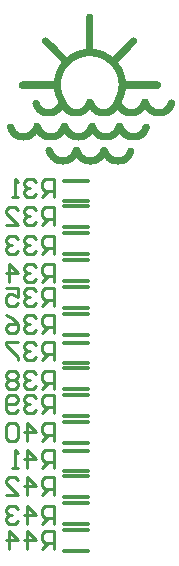
<source format=gbo>
G04*
G04 #@! TF.GenerationSoftware,Altium Limited,Altium Designer,21.0.9 (235)*
G04*
G04 Layer_Color=32896*
%FSLAX25Y25*%
%MOIN*%
G70*
G04*
G04 #@! TF.SameCoordinates,8E47622B-7771-418E-90A4-0877E0867BD3*
G04*
G04*
G04 #@! TF.FilePolarity,Positive*
G04*
G01*
G75*
%ADD11C,0.01181*%
%ADD12C,0.01000*%
G36*
X303596Y446502D02*
X304035D01*
Y446392D01*
X304144D01*
Y446283D01*
X304364D01*
Y446173D01*
Y446064D01*
X304473D01*
Y445954D01*
X304583D01*
Y445844D01*
Y445735D01*
Y445625D01*
X304692D01*
Y445515D01*
Y445406D01*
Y445296D01*
Y445187D01*
Y445077D01*
Y444968D01*
Y444858D01*
Y444748D01*
Y444639D01*
Y444529D01*
Y444420D01*
Y444310D01*
Y444200D01*
Y444091D01*
Y443981D01*
Y443872D01*
Y443762D01*
Y443652D01*
Y443543D01*
Y443433D01*
Y443324D01*
Y443214D01*
Y443104D01*
Y442995D01*
Y442885D01*
Y442776D01*
Y442666D01*
Y442556D01*
Y442447D01*
Y442337D01*
Y442228D01*
Y442118D01*
Y442008D01*
Y441899D01*
Y441789D01*
Y441680D01*
Y441570D01*
Y441461D01*
Y441351D01*
Y441241D01*
Y441132D01*
Y441022D01*
Y440912D01*
Y440803D01*
Y440693D01*
Y440584D01*
Y440474D01*
Y440365D01*
Y440255D01*
Y440145D01*
Y440036D01*
Y439926D01*
Y439817D01*
Y439707D01*
Y439597D01*
Y439488D01*
Y439378D01*
Y439269D01*
Y439159D01*
Y439049D01*
Y438940D01*
Y438830D01*
Y438721D01*
Y438611D01*
Y438501D01*
Y438392D01*
Y438282D01*
Y438173D01*
Y438063D01*
Y437954D01*
Y437844D01*
Y437734D01*
Y437625D01*
Y437515D01*
Y437405D01*
Y437296D01*
Y437186D01*
Y437077D01*
Y436967D01*
Y436858D01*
Y436748D01*
Y436638D01*
Y436529D01*
Y436419D01*
Y436309D01*
Y436200D01*
Y436090D01*
Y435981D01*
Y435871D01*
Y435761D01*
Y435652D01*
Y435542D01*
Y435433D01*
Y435323D01*
Y435214D01*
Y435104D01*
Y434994D01*
Y434885D01*
Y434775D01*
X305131D01*
Y434666D01*
X305788D01*
Y434556D01*
X306336D01*
Y434446D01*
X306775D01*
Y434337D01*
X307103D01*
Y434227D01*
X307432D01*
Y434118D01*
X307761D01*
Y434008D01*
X308090D01*
Y433898D01*
X308309D01*
Y433789D01*
X308528D01*
Y433679D01*
X308747D01*
Y433570D01*
X308967D01*
Y433460D01*
X309186D01*
Y433350D01*
X309405D01*
Y433241D01*
X309624D01*
Y433131D01*
X309734D01*
Y433022D01*
X309953D01*
Y432912D01*
X310063D01*
Y432802D01*
X310282D01*
Y432693D01*
X310501D01*
Y432583D01*
X310611D01*
Y432474D01*
X310720D01*
Y432364D01*
X310830D01*
Y432255D01*
X311049D01*
Y432145D01*
X311158D01*
Y432255D01*
X311268D01*
Y432364D01*
X311378D01*
Y432474D01*
X311487D01*
Y432583D01*
X311597D01*
Y432693D01*
X311706D01*
Y432802D01*
X311816D01*
Y432912D01*
X311926D01*
Y433022D01*
X312035D01*
Y433131D01*
X312145D01*
Y433241D01*
X312255D01*
Y433350D01*
X312364D01*
Y433460D01*
X312474D01*
Y433570D01*
X312583D01*
Y433679D01*
X312693D01*
Y433789D01*
X312802D01*
Y433898D01*
X312912D01*
Y434008D01*
X313022D01*
Y434118D01*
X313131D01*
Y434227D01*
X313241D01*
Y434337D01*
X313350D01*
Y434446D01*
X313460D01*
Y434556D01*
X313570D01*
Y434666D01*
X313679D01*
Y434775D01*
X313789D01*
Y434885D01*
X313898D01*
Y434994D01*
X314008D01*
Y435104D01*
X314118D01*
Y435214D01*
X314227D01*
Y435323D01*
X314337D01*
Y435433D01*
X314446D01*
Y435542D01*
X314556D01*
Y435652D01*
X314666D01*
Y435761D01*
X314775D01*
Y435871D01*
X314885D01*
Y435981D01*
X314994D01*
Y436090D01*
X315104D01*
Y436200D01*
X315213D01*
Y436309D01*
X315323D01*
Y436419D01*
X315433D01*
Y436529D01*
X315542D01*
Y436638D01*
X315652D01*
Y436748D01*
X315761D01*
Y436858D01*
X315871D01*
Y436967D01*
X315981D01*
Y437077D01*
X316090D01*
Y437186D01*
X316200D01*
Y437296D01*
X316309D01*
Y437405D01*
X316419D01*
Y437515D01*
X316529D01*
Y437625D01*
X316638D01*
Y437734D01*
X316748D01*
Y437844D01*
X316858D01*
Y437954D01*
X316967D01*
Y438063D01*
X317077D01*
Y438173D01*
X317186D01*
Y438282D01*
X317296D01*
Y438392D01*
X317515D01*
Y438501D01*
X317625D01*
Y438611D01*
X317953D01*
Y438721D01*
X318392D01*
Y438611D01*
X318721D01*
Y438501D01*
X318940D01*
Y438392D01*
X319049D01*
Y438282D01*
X319159D01*
Y438173D01*
X319269D01*
Y438063D01*
Y437954D01*
X319378D01*
Y437844D01*
Y437734D01*
Y437625D01*
Y437515D01*
X319488D01*
Y437405D01*
X319378D01*
Y437296D01*
Y437186D01*
Y437077D01*
Y436967D01*
X319269D01*
Y436858D01*
Y436748D01*
X319159D01*
Y436638D01*
X319049D01*
Y436529D01*
X318940D01*
Y436419D01*
X318830D01*
Y436309D01*
X318721D01*
Y436200D01*
X318611D01*
Y436090D01*
X318501D01*
Y435981D01*
X318392D01*
Y435871D01*
X318282D01*
Y435761D01*
X318173D01*
Y435652D01*
X318063D01*
Y435542D01*
X317953D01*
Y435433D01*
X317844D01*
Y435323D01*
X317734D01*
Y435214D01*
X317625D01*
Y435104D01*
X317515D01*
Y434994D01*
X317406D01*
Y434885D01*
X317296D01*
Y434775D01*
X317186D01*
Y434666D01*
X317077D01*
Y434556D01*
X316967D01*
Y434446D01*
X316858D01*
Y434337D01*
X316748D01*
Y434227D01*
X316638D01*
Y434118D01*
X316529D01*
Y434008D01*
X316419D01*
Y433898D01*
X316309D01*
Y433789D01*
X316200D01*
Y433679D01*
X316090D01*
Y433570D01*
X315981D01*
Y433460D01*
X315871D01*
Y433350D01*
X315761D01*
Y433241D01*
X315652D01*
Y433131D01*
X315542D01*
Y433022D01*
X315433D01*
Y432912D01*
X315323D01*
Y432802D01*
X315213D01*
Y432693D01*
X315104D01*
Y432583D01*
X314994D01*
Y432474D01*
X314885D01*
Y432364D01*
X314775D01*
Y432255D01*
X314666D01*
Y432145D01*
X314556D01*
Y432035D01*
X314446D01*
Y431926D01*
X314337D01*
Y431816D01*
X314227D01*
Y431706D01*
X314118D01*
Y431597D01*
X314008D01*
Y431487D01*
X313898D01*
Y431378D01*
X313789D01*
Y431268D01*
X313679D01*
Y431158D01*
X313570D01*
Y431049D01*
X313460D01*
Y430939D01*
X313350D01*
Y430830D01*
X313241D01*
Y430720D01*
X313131D01*
Y430611D01*
X313022D01*
Y430501D01*
X312912D01*
Y430391D01*
Y430282D01*
X313022D01*
Y430172D01*
Y430063D01*
X313131D01*
Y429953D01*
X313241D01*
Y429843D01*
X313350D01*
Y429734D01*
Y429624D01*
X313460D01*
Y429515D01*
X313570D01*
Y429405D01*
Y429295D01*
X313679D01*
Y429186D01*
X313789D01*
Y429076D01*
Y428967D01*
X313898D01*
Y428857D01*
Y428747D01*
X314008D01*
Y428638D01*
X314118D01*
Y428528D01*
Y428419D01*
X314227D01*
Y428309D01*
Y428199D01*
X314337D01*
Y428090D01*
Y427980D01*
X314446D01*
Y427871D01*
Y427761D01*
X314556D01*
Y427652D01*
Y427542D01*
X314666D01*
Y427432D01*
Y427323D01*
Y427213D01*
X314775D01*
Y427104D01*
Y426994D01*
Y426884D01*
X314885D01*
Y426775D01*
Y426665D01*
X314994D01*
Y426555D01*
Y426446D01*
Y426336D01*
Y426227D01*
X315104D01*
Y426117D01*
Y426008D01*
Y425898D01*
X315213D01*
Y425788D01*
Y425679D01*
Y425569D01*
Y425460D01*
X315323D01*
Y425350D01*
Y425240D01*
Y425131D01*
Y425021D01*
Y424912D01*
X315433D01*
Y424802D01*
Y424692D01*
Y424583D01*
Y424473D01*
Y424364D01*
Y424254D01*
Y424144D01*
X315542D01*
Y424035D01*
X326173D01*
Y423925D01*
X326611D01*
Y423816D01*
X326721D01*
Y423706D01*
X326940D01*
Y423596D01*
Y423487D01*
X327050D01*
Y423377D01*
X327160D01*
Y423268D01*
Y423158D01*
X327269D01*
Y423048D01*
Y422939D01*
Y422829D01*
Y422720D01*
Y422610D01*
Y422501D01*
Y422391D01*
X327160D01*
Y422281D01*
Y422172D01*
X327050D01*
Y422062D01*
Y421952D01*
X326940D01*
Y421843D01*
X326721D01*
Y421733D01*
X326611D01*
Y421624D01*
X326283D01*
Y421514D01*
X315433D01*
Y421405D01*
Y421295D01*
Y421185D01*
Y421076D01*
Y420966D01*
Y420857D01*
X315323D01*
Y420747D01*
Y420637D01*
Y420528D01*
Y420418D01*
Y420309D01*
X315213D01*
Y420199D01*
Y420089D01*
Y419980D01*
Y419870D01*
X315104D01*
Y419761D01*
Y419651D01*
Y419541D01*
Y419432D01*
X314994D01*
Y419322D01*
Y419213D01*
Y419103D01*
X314885D01*
Y418993D01*
Y418884D01*
Y418774D01*
X314775D01*
Y418665D01*
Y418555D01*
Y418445D01*
X314666D01*
Y418336D01*
Y418226D01*
X314556D01*
Y418117D01*
Y418007D01*
Y417898D01*
X314446D01*
Y417788D01*
Y417678D01*
X314337D01*
Y417569D01*
Y417459D01*
X314227D01*
Y417349D01*
Y417240D01*
X314118D01*
Y417130D01*
Y417021D01*
Y416911D01*
X314227D01*
Y416802D01*
Y416692D01*
X314337D01*
Y416582D01*
Y416473D01*
X314446D01*
Y416363D01*
X314556D01*
Y416254D01*
Y416144D01*
X314666D01*
Y416034D01*
X314775D01*
Y415925D01*
X314885D01*
Y415815D01*
X314994D01*
Y415706D01*
X315104D01*
Y415596D01*
X315213D01*
Y415486D01*
X315323D01*
Y415377D01*
X315542D01*
Y415267D01*
X315652D01*
Y415158D01*
X315871D01*
Y415048D01*
X316200D01*
Y414938D01*
X316419D01*
Y414829D01*
X317077D01*
Y414719D01*
X317625D01*
Y414829D01*
X318173D01*
Y414938D01*
X318501D01*
Y415048D01*
X318721D01*
Y415158D01*
X318940D01*
Y415267D01*
X319159D01*
Y415377D01*
X319269D01*
Y415486D01*
X319378D01*
Y415596D01*
X319488D01*
Y415706D01*
X319707D01*
Y415815D01*
X319817D01*
Y415925D01*
X319926D01*
Y416034D01*
Y416144D01*
X320036D01*
Y416254D01*
X320145D01*
Y416363D01*
X320255D01*
Y416473D01*
Y416582D01*
X320364D01*
Y416692D01*
Y416802D01*
X320474D01*
Y416911D01*
Y417021D01*
X320584D01*
Y417130D01*
Y417240D01*
X320693D01*
Y417349D01*
Y417459D01*
X320803D01*
Y417569D01*
Y417678D01*
X320913D01*
Y417788D01*
Y417898D01*
X321022D01*
Y418007D01*
X321132D01*
Y418117D01*
X321351D01*
Y418226D01*
X321789D01*
Y418336D01*
X322008D01*
Y418226D01*
X322447D01*
Y418117D01*
X322666D01*
Y418007D01*
X322776D01*
Y417898D01*
X322885D01*
Y417788D01*
X322995D01*
Y417678D01*
Y417569D01*
X323104D01*
Y417459D01*
Y417349D01*
X323214D01*
Y417240D01*
Y417130D01*
Y417021D01*
X323324D01*
Y416911D01*
Y416802D01*
X323433D01*
Y416692D01*
Y416582D01*
X323543D01*
Y416473D01*
X323652D01*
Y416363D01*
Y416254D01*
X323762D01*
Y416144D01*
X323872D01*
Y416034D01*
X323981D01*
Y415925D01*
X324091D01*
Y415815D01*
X324200D01*
Y415706D01*
X324310D01*
Y415596D01*
X324420D01*
Y415486D01*
X324529D01*
Y415377D01*
X324748D01*
Y415267D01*
X324858D01*
Y415158D01*
X325077D01*
Y415048D01*
X325296D01*
Y414938D01*
X325625D01*
Y414829D01*
X326283D01*
Y414719D01*
X326831D01*
Y414829D01*
X327488D01*
Y414938D01*
X327817D01*
Y415048D01*
X328036D01*
Y415158D01*
X328255D01*
Y415267D01*
X328365D01*
Y415377D01*
X328475D01*
Y415486D01*
X328584D01*
Y415596D01*
X328694D01*
Y415706D01*
X328803D01*
Y415815D01*
X328913D01*
Y415925D01*
X329023D01*
Y416034D01*
X329132D01*
Y416144D01*
Y416254D01*
X329242D01*
Y416363D01*
Y416473D01*
X329351D01*
Y416582D01*
Y416692D01*
X329461D01*
Y416802D01*
Y416911D01*
Y417021D01*
X329571D01*
Y417130D01*
Y417240D01*
X329680D01*
Y417349D01*
Y417459D01*
X329790D01*
Y417569D01*
X329899D01*
Y417678D01*
X330009D01*
Y417788D01*
X330228D01*
Y417898D01*
X330557D01*
Y418007D01*
X330776D01*
Y417898D01*
X331214D01*
Y417788D01*
X331434D01*
Y417678D01*
X331543D01*
Y417569D01*
X331653D01*
Y417459D01*
X331763D01*
Y417349D01*
X331872D01*
Y417240D01*
Y417130D01*
Y417021D01*
X331982D01*
Y416911D01*
Y416802D01*
Y416692D01*
Y416582D01*
Y416473D01*
X331872D01*
Y416363D01*
Y416254D01*
Y416144D01*
X331763D01*
Y416034D01*
Y415925D01*
Y415815D01*
X331653D01*
Y415706D01*
Y415596D01*
X331543D01*
Y415486D01*
Y415377D01*
X331434D01*
Y415267D01*
Y415158D01*
X331324D01*
Y415048D01*
Y414938D01*
X331214D01*
Y414829D01*
X331105D01*
Y414719D01*
Y414610D01*
X330995D01*
Y414500D01*
X330886D01*
Y414390D01*
X330776D01*
Y414281D01*
Y414171D01*
X330666D01*
Y414062D01*
X330557D01*
Y413952D01*
X330447D01*
Y413842D01*
X330338D01*
Y413733D01*
X330228D01*
Y413623D01*
X330118D01*
Y413514D01*
X330009D01*
Y413404D01*
X329790D01*
Y413295D01*
X329680D01*
Y413185D01*
X329461D01*
Y413075D01*
X329351D01*
Y412966D01*
X329132D01*
Y412856D01*
X328913D01*
Y412746D01*
X328584D01*
Y412637D01*
X328365D01*
Y412527D01*
X327927D01*
Y412418D01*
X327488D01*
Y412308D01*
X325625D01*
Y412418D01*
X325077D01*
Y412527D01*
X324748D01*
Y412637D01*
X324420D01*
Y412746D01*
X324200D01*
Y412856D01*
X323981D01*
Y412966D01*
X323762D01*
Y413075D01*
X323543D01*
Y413185D01*
X323324D01*
Y413295D01*
X323214D01*
Y413404D01*
X323104D01*
Y413514D01*
X322885D01*
Y413623D01*
X322776D01*
Y413733D01*
X322666D01*
Y413842D01*
X322556D01*
Y413952D01*
X322447D01*
Y414062D01*
X322337D01*
Y414171D01*
X322228D01*
Y414281D01*
X322118D01*
Y414390D01*
X322008D01*
Y414500D01*
X321789D01*
Y414390D01*
X321680D01*
Y414281D01*
X321570D01*
Y414171D01*
X321461D01*
Y414062D01*
X321351D01*
Y413952D01*
X321241D01*
Y413842D01*
X321132D01*
Y413733D01*
X321022D01*
Y413623D01*
X320913D01*
Y413514D01*
X320803D01*
Y413404D01*
X320584D01*
Y413295D01*
X320474D01*
Y413185D01*
X320255D01*
Y413075D01*
X320036D01*
Y412966D01*
X319926D01*
Y412856D01*
X319707D01*
Y412746D01*
X319378D01*
Y412637D01*
X319049D01*
Y412527D01*
X318721D01*
Y412418D01*
X318173D01*
Y412308D01*
X316419D01*
Y412418D01*
X315871D01*
Y412527D01*
X315542D01*
Y412637D01*
X315213D01*
Y412746D01*
X314994D01*
Y412856D01*
X314775D01*
Y412966D01*
X314556D01*
Y413075D01*
X314337D01*
Y413185D01*
X314227D01*
Y413295D01*
X314008D01*
Y413404D01*
X313898D01*
Y413514D01*
X313789D01*
Y413623D01*
X313570D01*
Y413733D01*
X313460D01*
Y413842D01*
X313350D01*
Y413952D01*
X313241D01*
Y414062D01*
X313131D01*
Y414171D01*
X313022D01*
Y414281D01*
X312912D01*
Y414390D01*
X312802D01*
Y414500D01*
X312583D01*
Y414390D01*
Y414281D01*
X312474D01*
Y414171D01*
X312364D01*
Y414062D01*
X312255D01*
Y413952D01*
X312145D01*
Y413842D01*
X312035D01*
Y413733D01*
X311816D01*
Y413623D01*
X311706D01*
Y413514D01*
X311597D01*
Y413404D01*
X311487D01*
Y413295D01*
X311268D01*
Y413185D01*
X311049D01*
Y413075D01*
X310939D01*
Y412966D01*
X310720D01*
Y412856D01*
X310501D01*
Y412746D01*
X310282D01*
Y412637D01*
X309953D01*
Y412527D01*
X309624D01*
Y412418D01*
X309076D01*
Y412308D01*
X307213D01*
Y412418D01*
X306775D01*
Y412527D01*
X306336D01*
Y412637D01*
X306117D01*
Y412746D01*
X305788D01*
Y412856D01*
X305569D01*
Y412966D01*
X305350D01*
Y413075D01*
X305240D01*
Y413185D01*
X305021D01*
Y413295D01*
X304912D01*
Y413404D01*
X304692D01*
Y413514D01*
X304583D01*
Y413623D01*
X304473D01*
Y413733D01*
X304364D01*
Y413842D01*
X304144D01*
Y413952D01*
X304035D01*
Y414062D01*
X303925D01*
Y414171D01*
X303816D01*
Y414281D01*
Y414390D01*
X303706D01*
Y414500D01*
X303487D01*
Y414390D01*
X303377D01*
Y414281D01*
X303268D01*
Y414171D01*
X303158D01*
Y414062D01*
X303048D01*
Y413952D01*
X302939D01*
Y413842D01*
X302829D01*
Y413733D01*
X302720D01*
Y413623D01*
X302610D01*
Y413514D01*
X302391D01*
Y413404D01*
X302281D01*
Y413295D01*
X302062D01*
Y413185D01*
X301953D01*
Y413075D01*
X301733D01*
Y412966D01*
X301514D01*
Y412856D01*
X301295D01*
Y412746D01*
X301076D01*
Y412637D01*
X300747D01*
Y412527D01*
X300418D01*
Y412418D01*
X299870D01*
Y412308D01*
X298117D01*
Y412418D01*
X297569D01*
Y412527D01*
X297240D01*
Y412637D01*
X296911D01*
Y412746D01*
X296692D01*
Y412856D01*
X296363D01*
Y412966D01*
X296253D01*
Y413075D01*
X296034D01*
Y413185D01*
X295815D01*
Y413295D01*
X295706D01*
Y413404D01*
X295596D01*
Y413514D01*
X295377D01*
Y413623D01*
X295267D01*
Y413733D01*
X295158D01*
Y413842D01*
X295048D01*
Y413952D01*
X294938D01*
Y414062D01*
X294829D01*
Y414171D01*
X294719D01*
Y414281D01*
X294610D01*
Y414390D01*
X294500D01*
Y414500D01*
X294281D01*
Y414390D01*
X294171D01*
Y414281D01*
X294062D01*
Y414171D01*
X293952D01*
Y414062D01*
X293842D01*
Y413952D01*
X293733D01*
Y413842D01*
X293623D01*
Y413733D01*
X293514D01*
Y413623D01*
X293404D01*
Y413514D01*
X293185D01*
Y413404D01*
X293075D01*
Y413295D01*
X292966D01*
Y413185D01*
X292746D01*
Y413075D01*
X292527D01*
Y412966D01*
X292418D01*
Y412856D01*
X292089D01*
Y412746D01*
X291870D01*
Y412637D01*
X291541D01*
Y412527D01*
X291212D01*
Y412418D01*
X290664D01*
Y412308D01*
X288801D01*
Y412418D01*
X288363D01*
Y412527D01*
X287924D01*
Y412637D01*
X287705D01*
Y412746D01*
X287376D01*
Y412856D01*
X287157D01*
Y412966D01*
X286938D01*
Y413075D01*
X286828D01*
Y413185D01*
X286609D01*
Y413295D01*
X286500D01*
Y413404D01*
X286280D01*
Y413514D01*
X286171D01*
Y413623D01*
X286061D01*
Y413733D01*
X285951D01*
Y413842D01*
X285842D01*
Y413952D01*
X285732D01*
Y414062D01*
X285623D01*
Y414171D01*
X285513D01*
Y414281D01*
Y414390D01*
X285404D01*
Y414500D01*
X285294D01*
Y414610D01*
X285184D01*
Y414719D01*
Y414829D01*
X285075D01*
Y414938D01*
Y415048D01*
X284965D01*
Y415158D01*
X284856D01*
Y415267D01*
Y415377D01*
X284746D01*
Y415486D01*
Y415596D01*
X284636D01*
Y415706D01*
Y415815D01*
Y415925D01*
X284527D01*
Y416034D01*
Y416144D01*
X284417D01*
Y416254D01*
Y416363D01*
Y416473D01*
Y416582D01*
X284308D01*
Y416692D01*
Y416802D01*
Y416911D01*
X284417D01*
Y417021D01*
Y417130D01*
Y417240D01*
Y417349D01*
X284527D01*
Y417459D01*
X284636D01*
Y417569D01*
X284746D01*
Y417678D01*
X284856D01*
Y417788D01*
X285075D01*
Y417898D01*
X285513D01*
Y418007D01*
X285732D01*
Y417898D01*
X286061D01*
Y417788D01*
X286280D01*
Y417678D01*
X286390D01*
Y417569D01*
X286500D01*
Y417459D01*
X286609D01*
Y417349D01*
Y417240D01*
X286719D01*
Y417130D01*
Y417021D01*
X286828D01*
Y416911D01*
Y416802D01*
X286938D01*
Y416692D01*
Y416582D01*
Y416473D01*
X287048D01*
Y416363D01*
Y416254D01*
X287157D01*
Y416144D01*
X287267D01*
Y416034D01*
Y415925D01*
X287376D01*
Y415815D01*
X287486D01*
Y415706D01*
X287596D01*
Y415596D01*
X287705D01*
Y415486D01*
X287815D01*
Y415377D01*
X287924D01*
Y415267D01*
X288143D01*
Y415158D01*
X288253D01*
Y415048D01*
X288472D01*
Y414938D01*
X288801D01*
Y414829D01*
X289459D01*
Y414719D01*
X290116D01*
Y414829D01*
X290664D01*
Y414938D01*
X290993D01*
Y415048D01*
X291212D01*
Y415158D01*
X291431D01*
Y415267D01*
X291651D01*
Y415377D01*
X291760D01*
Y415486D01*
X291870D01*
Y415596D01*
X291979D01*
Y415706D01*
X292198D01*
Y415815D01*
Y415925D01*
X292308D01*
Y416034D01*
X292418D01*
Y416144D01*
X292527D01*
Y416254D01*
X292637D01*
Y416363D01*
Y416473D01*
X292746D01*
Y416582D01*
X292856D01*
Y416692D01*
Y416802D01*
X292966D01*
Y416911D01*
Y417021D01*
Y417130D01*
Y417240D01*
X292856D01*
Y417349D01*
Y417459D01*
X292746D01*
Y417569D01*
Y417678D01*
X292637D01*
Y417788D01*
Y417898D01*
X292527D01*
Y418007D01*
Y418117D01*
X292418D01*
Y418226D01*
Y418336D01*
Y418445D01*
X292308D01*
Y418555D01*
Y418665D01*
X292198D01*
Y418774D01*
Y418884D01*
Y418993D01*
X292089D01*
Y419103D01*
Y419213D01*
X291979D01*
Y419322D01*
Y419432D01*
Y419541D01*
Y419651D01*
X291870D01*
Y419761D01*
Y419870D01*
Y419980D01*
Y420089D01*
X291760D01*
Y420199D01*
Y420309D01*
Y420418D01*
X291651D01*
Y420528D01*
Y420637D01*
Y420747D01*
Y420857D01*
Y420966D01*
Y421076D01*
X291541D01*
Y421185D01*
Y421295D01*
Y421405D01*
Y421514D01*
X280801D01*
Y421624D01*
X280472D01*
Y421733D01*
X280253D01*
Y421843D01*
X280143D01*
Y421952D01*
X280033D01*
Y422062D01*
Y422172D01*
X279924D01*
Y422281D01*
X279814D01*
Y422391D01*
Y422501D01*
Y422610D01*
Y422720D01*
Y422829D01*
Y422939D01*
Y423048D01*
Y423158D01*
Y423268D01*
X279924D01*
Y423377D01*
X280033D01*
Y423487D01*
Y423596D01*
X280143D01*
Y423706D01*
X280362D01*
Y423816D01*
X280472D01*
Y423925D01*
X280910D01*
Y424035D01*
X291541D01*
Y424144D01*
Y424254D01*
Y424364D01*
Y424473D01*
Y424583D01*
Y424692D01*
X291651D01*
Y424802D01*
Y424912D01*
Y425021D01*
Y425131D01*
Y425240D01*
X291760D01*
Y425350D01*
Y425460D01*
Y425569D01*
Y425679D01*
Y425788D01*
X291870D01*
Y425898D01*
Y426008D01*
Y426117D01*
X291979D01*
Y426227D01*
Y426336D01*
Y426446D01*
Y426555D01*
X292089D01*
Y426665D01*
Y426775D01*
X292198D01*
Y426884D01*
Y426994D01*
Y427104D01*
X292308D01*
Y427213D01*
Y427323D01*
Y427432D01*
X292418D01*
Y427542D01*
Y427652D01*
X292527D01*
Y427761D01*
Y427871D01*
X292637D01*
Y427980D01*
Y428090D01*
X292746D01*
Y428199D01*
Y428309D01*
X292856D01*
Y428419D01*
Y428528D01*
X292966D01*
Y428638D01*
Y428747D01*
X293075D01*
Y428857D01*
Y428967D01*
X293185D01*
Y429076D01*
X293294D01*
Y429186D01*
Y429295D01*
X293404D01*
Y429405D01*
X293514D01*
Y429515D01*
Y429624D01*
X293623D01*
Y429734D01*
X293733D01*
Y429843D01*
Y429953D01*
X293842D01*
Y430063D01*
X293952D01*
Y430172D01*
X294062D01*
Y430282D01*
Y430391D01*
Y430501D01*
X293952D01*
Y430611D01*
X293842D01*
Y430720D01*
X293733D01*
Y430830D01*
X293623D01*
Y430939D01*
X293514D01*
Y431049D01*
X293404D01*
Y431158D01*
X293294D01*
Y431268D01*
X293185D01*
Y431378D01*
X293075D01*
Y431487D01*
X292966D01*
Y431597D01*
X292856D01*
Y431706D01*
X292746D01*
Y431816D01*
X292637D01*
Y431926D01*
X292527D01*
Y432035D01*
X292418D01*
Y432145D01*
X292308D01*
Y432255D01*
X292198D01*
Y432364D01*
X292089D01*
Y432474D01*
X291979D01*
Y432583D01*
X291870D01*
Y432693D01*
X291760D01*
Y432802D01*
X291651D01*
Y432912D01*
X291541D01*
Y433022D01*
X291431D01*
Y433131D01*
X291322D01*
Y433241D01*
X291212D01*
Y433350D01*
X291103D01*
Y433460D01*
X290993D01*
Y433570D01*
X290883D01*
Y433679D01*
X290774D01*
Y433789D01*
X290664D01*
Y433898D01*
X290555D01*
Y434008D01*
X290445D01*
Y434118D01*
X290335D01*
Y434227D01*
X290226D01*
Y434337D01*
X290116D01*
Y434446D01*
X290007D01*
Y434556D01*
X289897D01*
Y434666D01*
X289787D01*
Y434775D01*
X289678D01*
Y434885D01*
X289568D01*
Y434994D01*
X289459D01*
Y435104D01*
X289349D01*
Y435214D01*
X289239D01*
Y435323D01*
X289130D01*
Y435433D01*
X289020D01*
Y435542D01*
X288911D01*
Y435652D01*
X288801D01*
Y435761D01*
X288691D01*
Y435871D01*
X288582D01*
Y435981D01*
X288472D01*
Y436090D01*
X288363D01*
Y436200D01*
X288253D01*
Y436309D01*
X288143D01*
Y436419D01*
X288034D01*
Y436529D01*
X287924D01*
Y436638D01*
Y436748D01*
X287815D01*
Y436858D01*
X287705D01*
Y436967D01*
Y437077D01*
X287596D01*
Y437186D01*
Y437296D01*
Y437405D01*
Y437515D01*
Y437625D01*
Y437734D01*
Y437844D01*
X287705D01*
Y437954D01*
Y438063D01*
X287815D01*
Y438173D01*
Y438282D01*
X287924D01*
Y438392D01*
X288034D01*
Y438501D01*
X288253D01*
Y438611D01*
X288582D01*
Y438721D01*
X289020D01*
Y438611D01*
X289349D01*
Y438501D01*
X289568D01*
Y438392D01*
X289678D01*
Y438282D01*
X289787D01*
Y438173D01*
X289897D01*
Y438063D01*
X290007D01*
Y437954D01*
X290116D01*
Y437844D01*
X290226D01*
Y437734D01*
X290335D01*
Y437625D01*
X290445D01*
Y437515D01*
X290555D01*
Y437405D01*
X290664D01*
Y437296D01*
X290774D01*
Y437186D01*
X290883D01*
Y437077D01*
X290993D01*
Y436967D01*
X291103D01*
Y436858D01*
X291212D01*
Y436748D01*
X291322D01*
Y436638D01*
X291431D01*
Y436529D01*
X291541D01*
Y436419D01*
X291651D01*
Y436309D01*
X291760D01*
Y436200D01*
X291870D01*
Y436090D01*
X291979D01*
Y435981D01*
X292089D01*
Y435871D01*
X292198D01*
Y435761D01*
X292308D01*
Y435652D01*
X292418D01*
Y435542D01*
X292527D01*
Y435433D01*
X292637D01*
Y435323D01*
X292746D01*
Y435214D01*
X292856D01*
Y435104D01*
X292966D01*
Y434994D01*
X293075D01*
Y434885D01*
X293185D01*
Y434775D01*
X293294D01*
Y434666D01*
X293404D01*
Y434556D01*
X293514D01*
Y434446D01*
X293623D01*
Y434337D01*
X293733D01*
Y434227D01*
X293842D01*
Y434118D01*
X293952D01*
Y434008D01*
X294062D01*
Y433898D01*
X294171D01*
Y433789D01*
X294281D01*
Y433679D01*
X294390D01*
Y433570D01*
X294500D01*
Y433460D01*
X294610D01*
Y433350D01*
X294719D01*
Y433241D01*
X294829D01*
Y433131D01*
X294938D01*
Y433022D01*
X295048D01*
Y432912D01*
X295158D01*
Y432802D01*
X295267D01*
Y432693D01*
X295377D01*
Y432583D01*
X295486D01*
Y432474D01*
X295596D01*
Y432364D01*
X295706D01*
Y432255D01*
X295815D01*
Y432145D01*
X296034D01*
Y432255D01*
X296144D01*
Y432364D01*
X296253D01*
Y432474D01*
X296473D01*
Y432583D01*
X296582D01*
Y432693D01*
X296692D01*
Y432802D01*
X296911D01*
Y432912D01*
X297021D01*
Y433022D01*
X297240D01*
Y433131D01*
X297459D01*
Y433241D01*
X297678D01*
Y433350D01*
X297788D01*
Y433460D01*
X298007D01*
Y433570D01*
X298226D01*
Y433679D01*
X298445D01*
Y433789D01*
X298665D01*
Y433898D01*
X298993D01*
Y434008D01*
X299213D01*
Y434118D01*
X299541D01*
Y434227D01*
X299870D01*
Y434337D01*
X300309D01*
Y434446D01*
X300637D01*
Y434556D01*
X301185D01*
Y434666D01*
X301843D01*
Y434775D01*
X302281D01*
Y434885D01*
Y434994D01*
Y435104D01*
Y435214D01*
Y435323D01*
Y435433D01*
Y435542D01*
Y435652D01*
Y435761D01*
Y435871D01*
Y435981D01*
Y436090D01*
Y436200D01*
Y436309D01*
Y436419D01*
Y436529D01*
Y436638D01*
Y436748D01*
Y436858D01*
Y436967D01*
Y437077D01*
Y437186D01*
Y437296D01*
Y437405D01*
Y437515D01*
Y437625D01*
Y437734D01*
Y437844D01*
Y437954D01*
Y438063D01*
Y438173D01*
Y438282D01*
Y438392D01*
Y438501D01*
Y438611D01*
Y438721D01*
Y438830D01*
Y438940D01*
Y439049D01*
Y439159D01*
Y439269D01*
Y439378D01*
Y439488D01*
Y439597D01*
Y439707D01*
Y439817D01*
Y439926D01*
Y440036D01*
Y440145D01*
Y440255D01*
Y440365D01*
Y440474D01*
Y440584D01*
Y440693D01*
Y440803D01*
Y440912D01*
Y441022D01*
Y441132D01*
Y441241D01*
Y441351D01*
Y441461D01*
Y441570D01*
Y441680D01*
Y441789D01*
Y441899D01*
Y442008D01*
Y442118D01*
Y442228D01*
Y442337D01*
Y442447D01*
Y442556D01*
Y442666D01*
Y442776D01*
Y442885D01*
Y442995D01*
Y443104D01*
Y443214D01*
Y443324D01*
Y443433D01*
Y443543D01*
Y443652D01*
Y443762D01*
Y443872D01*
Y443981D01*
Y444091D01*
Y444200D01*
Y444310D01*
Y444420D01*
Y444529D01*
Y444639D01*
Y444748D01*
Y444858D01*
Y444968D01*
Y445077D01*
Y445187D01*
Y445296D01*
Y445406D01*
Y445515D01*
Y445625D01*
Y445735D01*
Y445844D01*
X302391D01*
Y445954D01*
X302501D01*
Y446064D01*
Y446173D01*
X302610D01*
Y446283D01*
X302720D01*
Y446392D01*
X302939D01*
Y446502D01*
X303377D01*
Y446611D01*
X303596D01*
Y446502D01*
D02*
G37*
G36*
X313898Y410116D02*
X314118D01*
Y410007D01*
X314227D01*
Y409897D01*
X314337D01*
Y409787D01*
X314446D01*
Y409678D01*
X314556D01*
Y409568D01*
Y409459D01*
X314666D01*
Y409349D01*
Y409239D01*
X314775D01*
Y409130D01*
Y409020D01*
X314885D01*
Y408911D01*
Y408801D01*
X314994D01*
Y408691D01*
Y408582D01*
X315104D01*
Y408472D01*
Y408363D01*
X315213D01*
Y408253D01*
X315323D01*
Y408144D01*
X315433D01*
Y408034D01*
Y407924D01*
X315542D01*
Y407815D01*
X315652D01*
Y407705D01*
X315761D01*
Y407595D01*
X315871D01*
Y407486D01*
X316090D01*
Y407376D01*
X316200D01*
Y407267D01*
X316309D01*
Y407157D01*
X316529D01*
Y407048D01*
X316748D01*
Y406938D01*
X317077D01*
Y406828D01*
X317515D01*
Y406719D01*
X318721D01*
Y406828D01*
X319159D01*
Y406938D01*
X319378D01*
Y407048D01*
X319597D01*
Y407157D01*
X319817D01*
Y407267D01*
X319926D01*
Y407376D01*
X320036D01*
Y407486D01*
X320255D01*
Y407595D01*
X320364D01*
Y407705D01*
Y407815D01*
X320474D01*
Y407924D01*
X320584D01*
Y408034D01*
X320693D01*
Y408144D01*
Y408253D01*
X320803D01*
Y408363D01*
Y408472D01*
X320913D01*
Y408582D01*
Y408691D01*
X321022D01*
Y408801D01*
Y408911D01*
Y409020D01*
X321132D01*
Y409130D01*
Y409239D01*
X321241D01*
Y409349D01*
X321351D01*
Y409459D01*
Y409568D01*
X321461D01*
Y409678D01*
X321680D01*
Y409787D01*
X321899D01*
Y409897D01*
X322776D01*
Y409787D01*
X322885D01*
Y409678D01*
X323104D01*
Y409568D01*
X323214D01*
Y409459D01*
X323324D01*
Y409349D01*
Y409239D01*
X323433D01*
Y409130D01*
Y409020D01*
Y408911D01*
X323543D01*
Y408801D01*
Y408691D01*
Y408582D01*
X323433D01*
Y408472D01*
Y408363D01*
Y408253D01*
Y408144D01*
X323324D01*
Y408034D01*
Y407924D01*
Y407815D01*
X323214D01*
Y407705D01*
Y407595D01*
X323104D01*
Y407486D01*
Y407376D01*
X322995D01*
Y407267D01*
Y407157D01*
X322885D01*
Y407048D01*
Y406938D01*
X322776D01*
Y406828D01*
X322666D01*
Y406719D01*
Y406609D01*
X322556D01*
Y406499D01*
X322447D01*
Y406390D01*
Y406280D01*
X322337D01*
Y406171D01*
X322228D01*
Y406061D01*
X322118D01*
Y405951D01*
X322008D01*
Y405842D01*
X321899D01*
Y405732D01*
X321789D01*
Y405623D01*
X321680D01*
Y405513D01*
X321570D01*
Y405404D01*
X321461D01*
Y405294D01*
X321241D01*
Y405184D01*
X321132D01*
Y405075D01*
X320913D01*
Y404965D01*
X320693D01*
Y404856D01*
X320474D01*
Y404746D01*
X320255D01*
Y404636D01*
X320036D01*
Y404527D01*
X319597D01*
Y404417D01*
X319159D01*
Y404308D01*
X318063D01*
Y404198D01*
X317953D01*
Y404308D01*
X316967D01*
Y404417D01*
X316529D01*
Y404527D01*
X316200D01*
Y404636D01*
X315871D01*
Y404746D01*
X315652D01*
Y404856D01*
X315433D01*
Y404965D01*
X315213D01*
Y405075D01*
X314994D01*
Y405184D01*
X314885D01*
Y405294D01*
X314666D01*
Y405404D01*
X314556D01*
Y405513D01*
X314446D01*
Y405623D01*
X314337D01*
Y405732D01*
X314118D01*
Y405842D01*
X314008D01*
Y405951D01*
X313898D01*
Y406061D01*
X313789D01*
Y406171D01*
X313679D01*
Y406280D01*
Y406390D01*
X313570D01*
Y406499D01*
X313350D01*
Y406390D01*
X313241D01*
Y406280D01*
X313131D01*
Y406171D01*
Y406061D01*
X313022D01*
Y405951D01*
X312912D01*
Y405842D01*
X312693D01*
Y405732D01*
X312583D01*
Y405623D01*
X312474D01*
Y405513D01*
X312364D01*
Y405404D01*
X312145D01*
Y405294D01*
X312035D01*
Y405184D01*
X311926D01*
Y405075D01*
X311706D01*
Y404965D01*
X311487D01*
Y404856D01*
X311268D01*
Y404746D01*
X311049D01*
Y404636D01*
X310720D01*
Y404527D01*
X310391D01*
Y404417D01*
X309953D01*
Y404308D01*
X308967D01*
Y404198D01*
X308857D01*
Y404308D01*
X307761D01*
Y404417D01*
X307323D01*
Y404527D01*
X306994D01*
Y404636D01*
X306775D01*
Y404746D01*
X306446D01*
Y404856D01*
X306227D01*
Y404965D01*
X306008D01*
Y405075D01*
X305898D01*
Y405184D01*
X305679D01*
Y405294D01*
X305569D01*
Y405404D01*
X305350D01*
Y405513D01*
X305240D01*
Y405623D01*
X305131D01*
Y405732D01*
X305021D01*
Y405842D01*
X304912D01*
Y405951D01*
X304802D01*
Y406061D01*
X304692D01*
Y406171D01*
X304583D01*
Y406280D01*
X304473D01*
Y406390D01*
X304364D01*
Y406499D01*
X304254D01*
Y406390D01*
X304144D01*
Y406280D01*
X304035D01*
Y406171D01*
X303925D01*
Y406061D01*
X303816D01*
Y405951D01*
X303706D01*
Y405842D01*
X303596D01*
Y405732D01*
X303487D01*
Y405623D01*
X303377D01*
Y405513D01*
X303158D01*
Y405404D01*
X303048D01*
Y405294D01*
X302829D01*
Y405184D01*
X302720D01*
Y405075D01*
X302501D01*
Y404965D01*
X302281D01*
Y404856D01*
X302062D01*
Y404746D01*
X301843D01*
Y404636D01*
X301624D01*
Y404527D01*
X301185D01*
Y404417D01*
X300747D01*
Y404308D01*
X299761D01*
Y404198D01*
X299651D01*
Y404308D01*
X298665D01*
Y404417D01*
X298226D01*
Y404527D01*
X297788D01*
Y404636D01*
X297569D01*
Y404746D01*
X297350D01*
Y404856D01*
X297021D01*
Y404965D01*
X296911D01*
Y405075D01*
X296692D01*
Y405184D01*
X296473D01*
Y405294D01*
X296363D01*
Y405404D01*
X296253D01*
Y405513D01*
X296034D01*
Y405623D01*
X295925D01*
Y405732D01*
X295815D01*
Y405842D01*
X295706D01*
Y405951D01*
X295596D01*
Y406061D01*
X295486D01*
Y406171D01*
X295377D01*
Y406280D01*
X295267D01*
Y406390D01*
X295158D01*
Y406499D01*
X295048D01*
Y406390D01*
X294938D01*
Y406280D01*
X294829D01*
Y406171D01*
X294719D01*
Y406061D01*
X294610D01*
Y405951D01*
X294500D01*
Y405842D01*
X294390D01*
Y405732D01*
X294281D01*
Y405623D01*
X294171D01*
Y405513D01*
X293952D01*
Y405404D01*
X293842D01*
Y405294D01*
X293733D01*
Y405184D01*
X293514D01*
Y405075D01*
X293294D01*
Y404965D01*
X293185D01*
Y404856D01*
X292966D01*
Y404746D01*
X292637D01*
Y404636D01*
X292418D01*
Y404527D01*
X292089D01*
Y404417D01*
X291541D01*
Y404308D01*
X290555D01*
Y404198D01*
X290445D01*
Y404308D01*
X289459D01*
Y404417D01*
X289020D01*
Y404527D01*
X288691D01*
Y404636D01*
X288363D01*
Y404746D01*
X288143D01*
Y404856D01*
X287924D01*
Y404965D01*
X287705D01*
Y405075D01*
X287486D01*
Y405184D01*
X287376D01*
Y405294D01*
X287157D01*
Y405404D01*
X287048D01*
Y405513D01*
X286938D01*
Y405623D01*
X286719D01*
Y405732D01*
X286609D01*
Y405842D01*
X286500D01*
Y405951D01*
X286390D01*
Y406061D01*
X286280D01*
Y406171D01*
X286171D01*
Y406280D01*
X286061D01*
Y406390D01*
Y406499D01*
X285842D01*
Y406390D01*
X285732D01*
Y406280D01*
X285623D01*
Y406171D01*
Y406061D01*
X285513D01*
Y405951D01*
X285294D01*
Y405842D01*
X285184D01*
Y405732D01*
X285075D01*
Y405623D01*
X284965D01*
Y405513D01*
X284856D01*
Y405404D01*
X284636D01*
Y405294D01*
X284527D01*
Y405184D01*
X284308D01*
Y405075D01*
X284198D01*
Y404965D01*
X283979D01*
Y404856D01*
X283760D01*
Y404746D01*
X283540D01*
Y404636D01*
X283212D01*
Y404527D01*
X282883D01*
Y404417D01*
X282445D01*
Y404308D01*
X281458D01*
Y404198D01*
X281348D01*
Y404308D01*
X280253D01*
Y404417D01*
X279705D01*
Y404527D01*
X279376D01*
Y404636D01*
X279157D01*
Y404746D01*
X278828D01*
Y404856D01*
X278609D01*
Y404965D01*
X278499D01*
Y405075D01*
X278280D01*
Y405184D01*
X278170D01*
Y405294D01*
X277951D01*
Y405404D01*
X277841D01*
Y405513D01*
X277732D01*
Y405623D01*
X277622D01*
Y405732D01*
X277513D01*
Y405842D01*
X277403D01*
Y405951D01*
X277293D01*
Y406061D01*
X277184D01*
Y406171D01*
X277074D01*
Y406280D01*
X276965D01*
Y406390D01*
X276855D01*
Y406499D01*
Y406609D01*
X276746D01*
Y406719D01*
X276636D01*
Y406828D01*
Y406938D01*
X276526D01*
Y407048D01*
Y407157D01*
X276417D01*
Y407267D01*
X276307D01*
Y407376D01*
Y407486D01*
Y407595D01*
X276198D01*
Y407705D01*
Y407815D01*
X276088D01*
Y407924D01*
Y408034D01*
X275978D01*
Y408144D01*
Y408253D01*
Y408363D01*
X275869D01*
Y408472D01*
Y408582D01*
Y408691D01*
Y408801D01*
Y408911D01*
Y409020D01*
X275978D01*
Y409130D01*
Y409239D01*
Y409349D01*
X276088D01*
Y409459D01*
X276198D01*
Y409568D01*
X276307D01*
Y409678D01*
X276417D01*
Y409787D01*
X276636D01*
Y409897D01*
X277513D01*
Y409787D01*
X277732D01*
Y409678D01*
X277951D01*
Y409568D01*
X278061D01*
Y409459D01*
Y409349D01*
X278170D01*
Y409239D01*
X278280D01*
Y409130D01*
Y409020D01*
Y408911D01*
X278389D01*
Y408801D01*
Y408691D01*
X278499D01*
Y408582D01*
Y408472D01*
X278609D01*
Y408363D01*
Y408253D01*
X278718D01*
Y408144D01*
Y408034D01*
X278828D01*
Y407924D01*
X278937D01*
Y407815D01*
Y407705D01*
X279047D01*
Y407595D01*
X279157D01*
Y407486D01*
X279266D01*
Y407376D01*
X279485D01*
Y407267D01*
X279595D01*
Y407157D01*
X279814D01*
Y407048D01*
X280033D01*
Y406938D01*
X280253D01*
Y406828D01*
X280691D01*
Y406719D01*
X281896D01*
Y406828D01*
X282335D01*
Y406938D01*
X282554D01*
Y407048D01*
X282883D01*
Y407157D01*
X282993D01*
Y407267D01*
X283212D01*
Y407376D01*
X283321D01*
Y407486D01*
X283540D01*
Y407595D01*
X283650D01*
Y407705D01*
X283760D01*
Y407815D01*
X283869D01*
Y407924D01*
X283979D01*
Y408034D01*
Y408144D01*
X284088D01*
Y408253D01*
X284198D01*
Y408363D01*
X284308D01*
Y408472D01*
Y408582D01*
X284417D01*
Y408691D01*
Y408801D01*
X284527D01*
Y408911D01*
Y409020D01*
X284636D01*
Y409130D01*
Y409239D01*
X284746D01*
Y409349D01*
Y409459D01*
Y409568D01*
X284856D01*
Y409678D01*
X284965D01*
Y409787D01*
Y409897D01*
X285075D01*
Y410007D01*
X285294D01*
Y410116D01*
X285513D01*
Y410226D01*
X286390D01*
Y410116D01*
X286609D01*
Y410007D01*
X286719D01*
Y409897D01*
X286828D01*
Y409787D01*
X286938D01*
Y409678D01*
X287048D01*
Y409568D01*
Y409459D01*
X287157D01*
Y409349D01*
Y409239D01*
X287267D01*
Y409130D01*
Y409020D01*
Y408911D01*
X287376D01*
Y408801D01*
Y408691D01*
X287486D01*
Y408582D01*
X287596D01*
Y408472D01*
Y408363D01*
X287705D01*
Y408253D01*
X287815D01*
Y408144D01*
Y408034D01*
X287924D01*
Y407924D01*
X288034D01*
Y407815D01*
X288143D01*
Y407705D01*
X288253D01*
Y407595D01*
X288363D01*
Y407486D01*
X288472D01*
Y407376D01*
X288691D01*
Y407267D01*
X288801D01*
Y407157D01*
X289020D01*
Y407048D01*
X289239D01*
Y406938D01*
X289568D01*
Y406828D01*
X290007D01*
Y406719D01*
X291103D01*
Y406828D01*
X291541D01*
Y406938D01*
X291760D01*
Y407048D01*
X291979D01*
Y407157D01*
X292198D01*
Y407267D01*
X292418D01*
Y407376D01*
X292527D01*
Y407486D01*
X292637D01*
Y407595D01*
X292746D01*
Y407705D01*
X292856D01*
Y407815D01*
X292966D01*
Y407924D01*
X293075D01*
Y408034D01*
X293185D01*
Y408144D01*
X293294D01*
Y408253D01*
X293404D01*
Y408363D01*
Y408472D01*
X293514D01*
Y408582D01*
Y408691D01*
X293623D01*
Y408801D01*
X293733D01*
Y408911D01*
Y409020D01*
Y409130D01*
X293842D01*
Y409239D01*
Y409349D01*
X293952D01*
Y409459D01*
Y409568D01*
X294062D01*
Y409678D01*
Y409787D01*
X294171D01*
Y409897D01*
X294281D01*
Y410007D01*
X294390D01*
Y410116D01*
X294610D01*
Y410226D01*
X295596D01*
Y410116D01*
X295815D01*
Y410007D01*
X295925D01*
Y409897D01*
X296034D01*
Y409787D01*
X296144D01*
Y409678D01*
Y409568D01*
X296253D01*
Y409459D01*
Y409349D01*
X296363D01*
Y409239D01*
Y409130D01*
X296473D01*
Y409020D01*
Y408911D01*
X296582D01*
Y408801D01*
Y408691D01*
X296692D01*
Y408582D01*
Y408472D01*
X296801D01*
Y408363D01*
X296911D01*
Y408253D01*
Y408144D01*
X297021D01*
Y408034D01*
X297130D01*
Y407924D01*
X297240D01*
Y407815D01*
X297350D01*
Y407705D01*
X297459D01*
Y407595D01*
X297569D01*
Y407486D01*
X297678D01*
Y407376D01*
X297897D01*
Y407267D01*
X298007D01*
Y407157D01*
X298226D01*
Y407048D01*
X298445D01*
Y406938D01*
X298774D01*
Y406828D01*
X299103D01*
Y406719D01*
X300309D01*
Y406828D01*
X300637D01*
Y406938D01*
X300966D01*
Y407048D01*
X301185D01*
Y407157D01*
X301405D01*
Y407267D01*
X301514D01*
Y407376D01*
X301733D01*
Y407486D01*
X301843D01*
Y407595D01*
X301953D01*
Y407705D01*
X302062D01*
Y407815D01*
X302172D01*
Y407924D01*
X302281D01*
Y408034D01*
X302391D01*
Y408144D01*
X302501D01*
Y408253D01*
Y408363D01*
X302610D01*
Y408472D01*
X302720D01*
Y408582D01*
Y408691D01*
X302829D01*
Y408801D01*
Y408911D01*
X302939D01*
Y409020D01*
Y409130D01*
X303048D01*
Y409239D01*
Y409349D01*
Y409459D01*
X303158D01*
Y409568D01*
Y409678D01*
X303268D01*
Y409787D01*
X303377D01*
Y409897D01*
X303487D01*
Y410007D01*
X303596D01*
Y410116D01*
X303816D01*
Y410226D01*
X304692D01*
Y410116D01*
X304912D01*
Y410007D01*
X305131D01*
Y409897D01*
X305240D01*
Y409787D01*
X305350D01*
Y409678D01*
Y409568D01*
X305460D01*
Y409459D01*
Y409349D01*
X305569D01*
Y409239D01*
Y409130D01*
Y409020D01*
X305679D01*
Y408911D01*
Y408801D01*
X305788D01*
Y408691D01*
Y408582D01*
X305898D01*
Y408472D01*
X306008D01*
Y408363D01*
Y408253D01*
X306117D01*
Y408144D01*
X306227D01*
Y408034D01*
X306336D01*
Y407924D01*
Y407815D01*
X306446D01*
Y407705D01*
X306665D01*
Y407595D01*
X306775D01*
Y407486D01*
X306884D01*
Y407376D01*
X306994D01*
Y407267D01*
X307213D01*
Y407157D01*
X307432D01*
Y407048D01*
X307651D01*
Y406938D01*
X307871D01*
Y406828D01*
X308309D01*
Y406719D01*
X309405D01*
Y406828D01*
X309843D01*
Y406938D01*
X310172D01*
Y407048D01*
X310391D01*
Y407157D01*
X310501D01*
Y407267D01*
X310720D01*
Y407376D01*
X310830D01*
Y407486D01*
X311049D01*
Y407595D01*
X311158D01*
Y407705D01*
X311268D01*
Y407815D01*
X311378D01*
Y407924D01*
X311487D01*
Y408034D01*
Y408144D01*
X311597D01*
Y408253D01*
X311706D01*
Y408363D01*
X311816D01*
Y408472D01*
Y408582D01*
X311926D01*
Y408691D01*
Y408801D01*
X312035D01*
Y408911D01*
Y409020D01*
X312145D01*
Y409130D01*
Y409239D01*
X312255D01*
Y409349D01*
Y409459D01*
X312364D01*
Y409568D01*
Y409678D01*
X312474D01*
Y409787D01*
Y409897D01*
X312693D01*
Y410007D01*
X312802D01*
Y410116D01*
X313022D01*
Y410226D01*
X313898D01*
Y410116D01*
D02*
G37*
G36*
X308638Y402116D02*
X308857D01*
Y402006D01*
X309076D01*
Y401896D01*
X309186D01*
Y401787D01*
X309295D01*
Y401677D01*
Y401568D01*
X309405D01*
Y401458D01*
X309515D01*
Y401348D01*
Y401239D01*
Y401129D01*
X309624D01*
Y401020D01*
Y400910D01*
X309734D01*
Y400801D01*
Y400691D01*
X309843D01*
Y400581D01*
Y400472D01*
X309953D01*
Y400362D01*
X310063D01*
Y400253D01*
Y400143D01*
X310172D01*
Y400033D01*
X310282D01*
Y399924D01*
X310391D01*
Y399814D01*
X310501D01*
Y399705D01*
X310611D01*
Y399595D01*
X310720D01*
Y399485D01*
X310830D01*
Y399376D01*
X310939D01*
Y399266D01*
X311158D01*
Y399157D01*
X311378D01*
Y399047D01*
X311597D01*
Y398937D01*
X311816D01*
Y398828D01*
X312255D01*
Y398718D01*
X313570D01*
Y398828D01*
X314008D01*
Y398937D01*
X314227D01*
Y399047D01*
X314446D01*
Y399157D01*
X314666D01*
Y399266D01*
X314775D01*
Y399376D01*
X314885D01*
Y399485D01*
X314994D01*
Y399595D01*
X315104D01*
Y399705D01*
X315213D01*
Y399814D01*
X315323D01*
Y399924D01*
X315433D01*
Y400033D01*
Y400143D01*
X315542D01*
Y400253D01*
X315652D01*
Y400362D01*
Y400472D01*
X315761D01*
Y400581D01*
Y400691D01*
Y400801D01*
X315871D01*
Y400910D01*
Y401020D01*
X315981D01*
Y401129D01*
Y401239D01*
X316090D01*
Y401348D01*
Y401458D01*
X316200D01*
Y401568D01*
X316309D01*
Y401677D01*
X316529D01*
Y401787D01*
X316748D01*
Y401896D01*
X317515D01*
Y401787D01*
X317734D01*
Y401677D01*
X317844D01*
Y401568D01*
X317953D01*
Y401458D01*
X318063D01*
Y401348D01*
X318173D01*
Y401239D01*
Y401129D01*
X318282D01*
Y401020D01*
Y400910D01*
Y400801D01*
Y400691D01*
Y400581D01*
Y400472D01*
Y400362D01*
Y400253D01*
Y400143D01*
X318173D01*
Y400033D01*
Y399924D01*
X318063D01*
Y399814D01*
Y399705D01*
Y399595D01*
X317953D01*
Y399485D01*
Y399376D01*
X317844D01*
Y399266D01*
Y399157D01*
X317734D01*
Y399047D01*
X317625D01*
Y398937D01*
Y398828D01*
X317515D01*
Y398718D01*
Y398609D01*
X317406D01*
Y398499D01*
X317296D01*
Y398390D01*
X317186D01*
Y398280D01*
Y398170D01*
X317077D01*
Y398061D01*
X316967D01*
Y397951D01*
X316858D01*
Y397842D01*
X316748D01*
Y397732D01*
X316638D01*
Y397622D01*
X316529D01*
Y397513D01*
X316419D01*
Y397403D01*
X316309D01*
Y397293D01*
X316090D01*
Y397184D01*
X315981D01*
Y397074D01*
X315761D01*
Y396965D01*
X315542D01*
Y396855D01*
X315433D01*
Y396745D01*
X315104D01*
Y396636D01*
X314885D01*
Y396526D01*
X314556D01*
Y396417D01*
X314118D01*
Y396307D01*
X313241D01*
Y396198D01*
X312474D01*
Y396307D01*
X311706D01*
Y396417D01*
X311268D01*
Y396526D01*
X310939D01*
Y396636D01*
X310611D01*
Y396745D01*
X310391D01*
Y396855D01*
X310172D01*
Y396965D01*
X309953D01*
Y397074D01*
X309843D01*
Y397184D01*
X309624D01*
Y397293D01*
X309515D01*
Y397403D01*
X309405D01*
Y397513D01*
X309186D01*
Y397622D01*
X309076D01*
Y397732D01*
X308967D01*
Y397842D01*
X308857D01*
Y397951D01*
X308747D01*
Y398061D01*
X308638D01*
Y398170D01*
X308528D01*
Y398280D01*
X308419D01*
Y398390D01*
X308309D01*
Y398499D01*
X308199D01*
Y398390D01*
X308090D01*
Y398280D01*
X307980D01*
Y398170D01*
X307871D01*
Y398061D01*
Y397951D01*
X307651D01*
Y397842D01*
X307542D01*
Y397732D01*
X307432D01*
Y397622D01*
X307323D01*
Y397513D01*
X307213D01*
Y397403D01*
X306994D01*
Y397293D01*
X306884D01*
Y397184D01*
X306775D01*
Y397074D01*
X306556D01*
Y396965D01*
X306336D01*
Y396855D01*
X306117D01*
Y396745D01*
X305898D01*
Y396636D01*
X305679D01*
Y396526D01*
X305240D01*
Y396417D01*
X304912D01*
Y396307D01*
X304144D01*
Y396198D01*
X303268D01*
Y396307D01*
X302501D01*
Y396417D01*
X302062D01*
Y396526D01*
X301733D01*
Y396636D01*
X301514D01*
Y396745D01*
X301185D01*
Y396855D01*
X301076D01*
Y396965D01*
X300856D01*
Y397074D01*
X300637D01*
Y397184D01*
X300528D01*
Y397293D01*
X300309D01*
Y397403D01*
X300199D01*
Y397513D01*
X300089D01*
Y397622D01*
X299870D01*
Y397732D01*
X299761D01*
Y397842D01*
X299651D01*
Y397951D01*
X299541D01*
Y398061D01*
X299432D01*
Y398170D01*
X299322D01*
Y398280D01*
X299213D01*
Y398390D01*
X299103D01*
Y398499D01*
X298993D01*
Y398390D01*
Y398280D01*
X298884D01*
Y398170D01*
X298774D01*
Y398061D01*
X298665D01*
Y397951D01*
X298555D01*
Y397842D01*
X298445D01*
Y397732D01*
X298336D01*
Y397622D01*
X298117D01*
Y397513D01*
X298007D01*
Y397403D01*
X297897D01*
Y397293D01*
X297678D01*
Y397184D01*
X297569D01*
Y397074D01*
X297350D01*
Y396965D01*
X297130D01*
Y396855D01*
X297021D01*
Y396745D01*
X296692D01*
Y396636D01*
X296473D01*
Y396526D01*
X296144D01*
Y396417D01*
X295706D01*
Y396307D01*
X294938D01*
Y396198D01*
X294281D01*
Y396307D01*
X293404D01*
Y396417D01*
X292966D01*
Y396526D01*
X292637D01*
Y396636D01*
X292308D01*
Y396745D01*
X292089D01*
Y396855D01*
X291870D01*
Y396965D01*
X291651D01*
Y397074D01*
X291541D01*
Y397184D01*
X291322D01*
Y397293D01*
X291103D01*
Y397403D01*
X290993D01*
Y397513D01*
X290883D01*
Y397622D01*
X290774D01*
Y397732D01*
X290664D01*
Y397842D01*
X290555D01*
Y397951D01*
X290335D01*
Y398061D01*
X290226D01*
Y398170D01*
Y398280D01*
X290116D01*
Y398390D01*
X290007D01*
Y398499D01*
X289897D01*
Y398609D01*
X289787D01*
Y398718D01*
X289678D01*
Y398828D01*
Y398937D01*
X289568D01*
Y399047D01*
Y399157D01*
X289459D01*
Y399266D01*
X289349D01*
Y399376D01*
Y399485D01*
X289239D01*
Y399595D01*
Y399705D01*
X289130D01*
Y399814D01*
Y399924D01*
X289020D01*
Y400033D01*
Y400143D01*
X288911D01*
Y400253D01*
Y400362D01*
Y400472D01*
X288801D01*
Y400581D01*
Y400691D01*
Y400801D01*
Y400910D01*
X288691D01*
Y401020D01*
Y401129D01*
Y401239D01*
X288801D01*
Y401348D01*
Y401458D01*
Y401568D01*
X288911D01*
Y401677D01*
X289020D01*
Y401787D01*
Y401896D01*
X289130D01*
Y402006D01*
X289349D01*
Y402116D01*
X289568D01*
Y402225D01*
X290226D01*
Y402116D01*
X290555D01*
Y402006D01*
X290664D01*
Y401896D01*
X290883D01*
Y401787D01*
Y401677D01*
X290993D01*
Y401568D01*
X291103D01*
Y401458D01*
Y401348D01*
X291212D01*
Y401239D01*
Y401129D01*
Y401020D01*
X291322D01*
Y400910D01*
Y400801D01*
X291431D01*
Y400691D01*
Y400581D01*
X291541D01*
Y400472D01*
X291651D01*
Y400362D01*
Y400253D01*
X291760D01*
Y400143D01*
X291870D01*
Y400033D01*
Y399924D01*
X291979D01*
Y399814D01*
X292089D01*
Y399705D01*
X292198D01*
Y399595D01*
X292308D01*
Y399485D01*
X292527D01*
Y399376D01*
X292637D01*
Y399266D01*
X292856D01*
Y399157D01*
X292966D01*
Y399047D01*
X293185D01*
Y398937D01*
X293514D01*
Y398828D01*
X293842D01*
Y398718D01*
X295158D01*
Y398828D01*
X295596D01*
Y398937D01*
X295815D01*
Y399047D01*
X296034D01*
Y399157D01*
X296253D01*
Y399266D01*
X296363D01*
Y399376D01*
X296582D01*
Y399485D01*
X296692D01*
Y399595D01*
X296801D01*
Y399705D01*
X296911D01*
Y399814D01*
X297021D01*
Y399924D01*
X297130D01*
Y400033D01*
X297240D01*
Y400143D01*
Y400253D01*
X297350D01*
Y400362D01*
X297459D01*
Y400472D01*
Y400581D01*
X297569D01*
Y400691D01*
X297678D01*
Y400801D01*
Y400910D01*
Y401020D01*
X297788D01*
Y401129D01*
Y401239D01*
X297897D01*
Y401348D01*
Y401458D01*
X298007D01*
Y401568D01*
Y401677D01*
X298117D01*
Y401787D01*
X298226D01*
Y401896D01*
X298336D01*
Y402006D01*
X298445D01*
Y402116D01*
X298665D01*
Y402225D01*
X299541D01*
Y402116D01*
X299761D01*
Y402006D01*
X299870D01*
Y401896D01*
X299980D01*
Y401787D01*
X300089D01*
Y401677D01*
X300199D01*
Y401568D01*
Y401458D01*
X300309D01*
Y401348D01*
Y401239D01*
X300418D01*
Y401129D01*
Y401020D01*
Y400910D01*
X300528D01*
Y400801D01*
Y400691D01*
X300637D01*
Y400581D01*
X300747D01*
Y400472D01*
Y400362D01*
X300856D01*
Y400253D01*
X300966D01*
Y400143D01*
Y400033D01*
X301076D01*
Y399924D01*
X301185D01*
Y399814D01*
X301295D01*
Y399705D01*
X301405D01*
Y399595D01*
X301514D01*
Y399485D01*
X301624D01*
Y399376D01*
X301843D01*
Y399266D01*
X301953D01*
Y399157D01*
X302172D01*
Y399047D01*
X302391D01*
Y398937D01*
X302610D01*
Y398828D01*
X303048D01*
Y398718D01*
X304364D01*
Y398828D01*
X304692D01*
Y398937D01*
X305021D01*
Y399047D01*
X305240D01*
Y399157D01*
X305350D01*
Y399266D01*
X305569D01*
Y399376D01*
X305679D01*
Y399485D01*
X305898D01*
Y399595D01*
X306008D01*
Y399705D01*
X306117D01*
Y399814D01*
X306227D01*
Y399924D01*
Y400033D01*
X306336D01*
Y400143D01*
X306446D01*
Y400253D01*
X306556D01*
Y400362D01*
Y400472D01*
X306665D01*
Y400581D01*
X306775D01*
Y400691D01*
Y400801D01*
X306884D01*
Y400910D01*
Y401020D01*
X306994D01*
Y401129D01*
Y401239D01*
Y401348D01*
X307103D01*
Y401458D01*
Y401568D01*
X307213D01*
Y401677D01*
Y401787D01*
X307323D01*
Y401896D01*
X307432D01*
Y402006D01*
X307651D01*
Y402116D01*
X307871D01*
Y402225D01*
X308638D01*
Y402116D01*
D02*
G37*
%LPC*%
G36*
X304583Y432364D02*
X302391D01*
Y432255D01*
X301733D01*
Y432145D01*
X301295D01*
Y432035D01*
X300856D01*
Y431926D01*
X300418D01*
Y431816D01*
X300199D01*
Y431706D01*
X299870D01*
Y431597D01*
X299651D01*
Y431487D01*
X299432D01*
Y431378D01*
X299213D01*
Y431268D01*
X298884D01*
Y431158D01*
X298774D01*
Y431049D01*
X298555D01*
Y430939D01*
X298445D01*
Y430830D01*
X298226D01*
Y430720D01*
X298007D01*
Y430611D01*
X297897D01*
Y430501D01*
X297788D01*
Y430391D01*
X297569D01*
Y430282D01*
X297459D01*
Y430172D01*
X297350D01*
Y430063D01*
X297240D01*
Y429953D01*
X297130D01*
Y429843D01*
X297021D01*
Y429734D01*
X296801D01*
Y429624D01*
X296692D01*
Y429515D01*
X296582D01*
Y429405D01*
Y429295D01*
X296473D01*
Y429186D01*
X296363D01*
Y429076D01*
X296253D01*
Y428967D01*
X296144D01*
Y428857D01*
X296034D01*
Y428747D01*
X295925D01*
Y428638D01*
Y428528D01*
X295815D01*
Y428419D01*
X295706D01*
Y428309D01*
X295596D01*
Y428199D01*
Y428090D01*
X295486D01*
Y427980D01*
X295377D01*
Y427871D01*
Y427761D01*
X295267D01*
Y427652D01*
Y427542D01*
X295158D01*
Y427432D01*
X295048D01*
Y427323D01*
Y427213D01*
X294938D01*
Y427104D01*
Y426994D01*
X294829D01*
Y426884D01*
Y426775D01*
X294719D01*
Y426665D01*
Y426555D01*
X294610D01*
Y426446D01*
Y426336D01*
Y426227D01*
X294500D01*
Y426117D01*
Y426008D01*
Y425898D01*
X294390D01*
Y425788D01*
Y425679D01*
Y425569D01*
X294281D01*
Y425460D01*
Y425350D01*
Y425240D01*
Y425131D01*
X294171D01*
Y425021D01*
Y424912D01*
Y424802D01*
Y424692D01*
X294062D01*
Y424583D01*
Y424473D01*
Y424364D01*
Y424254D01*
Y424144D01*
Y424035D01*
X293952D01*
Y423925D01*
Y423816D01*
Y423706D01*
Y423596D01*
Y423487D01*
Y423377D01*
Y423268D01*
Y423158D01*
Y423048D01*
Y422939D01*
Y422829D01*
Y422720D01*
Y422610D01*
Y422501D01*
Y422391D01*
Y422281D01*
Y422172D01*
Y422062D01*
Y421952D01*
Y421843D01*
Y421733D01*
Y421624D01*
Y421514D01*
X294062D01*
Y421405D01*
Y421295D01*
Y421185D01*
Y421076D01*
X294171D01*
Y420966D01*
Y420857D01*
Y420747D01*
Y420637D01*
Y420528D01*
X294281D01*
Y420418D01*
Y420309D01*
Y420199D01*
X294390D01*
Y420089D01*
Y419980D01*
Y419870D01*
X294500D01*
Y419761D01*
Y419651D01*
Y419541D01*
X294610D01*
Y419432D01*
Y419322D01*
X294719D01*
Y419213D01*
Y419103D01*
Y418993D01*
X294829D01*
Y418884D01*
Y418774D01*
X294938D01*
Y418665D01*
Y418555D01*
X295048D01*
Y418445D01*
X295158D01*
Y418336D01*
Y418226D01*
X295267D01*
Y418117D01*
Y418007D01*
X295377D01*
Y417898D01*
Y417788D01*
X295486D01*
Y417678D01*
Y417569D01*
X295596D01*
Y417459D01*
Y417349D01*
Y417240D01*
X295706D01*
Y417130D01*
Y417021D01*
X295815D01*
Y416911D01*
Y416802D01*
X295925D01*
Y416692D01*
Y416582D01*
X296034D01*
Y416473D01*
X296144D01*
Y416363D01*
Y416254D01*
X296253D01*
Y416144D01*
X296363D01*
Y416034D01*
X296473D01*
Y415925D01*
Y415815D01*
X296692D01*
Y415706D01*
X296801D01*
Y415596D01*
X296911D01*
Y415486D01*
X297021D01*
Y415377D01*
X297240D01*
Y415267D01*
X297350D01*
Y415158D01*
X297569D01*
Y415048D01*
X297788D01*
Y414938D01*
X298117D01*
Y414829D01*
X298774D01*
Y414719D01*
X299213D01*
Y414829D01*
X299870D01*
Y414938D01*
X300199D01*
Y415048D01*
X300418D01*
Y415158D01*
X300637D01*
Y415267D01*
X300747D01*
Y415377D01*
X300966D01*
Y415486D01*
X301076D01*
Y415596D01*
X301185D01*
Y415706D01*
X301295D01*
Y415815D01*
X301405D01*
Y415925D01*
X301514D01*
Y416034D01*
X301624D01*
Y416144D01*
X301733D01*
Y416254D01*
X301843D01*
Y416363D01*
Y416473D01*
X301953D01*
Y416582D01*
Y416692D01*
X302062D01*
Y416802D01*
X302172D01*
Y416911D01*
Y417021D01*
Y417130D01*
X302281D01*
Y417240D01*
Y417349D01*
X302391D01*
Y417459D01*
Y417569D01*
X302501D01*
Y417678D01*
Y417788D01*
X302610D01*
Y417898D01*
X302720D01*
Y418007D01*
X302829D01*
Y418117D01*
X303048D01*
Y418226D01*
X303487D01*
Y418336D01*
X303706D01*
Y418226D01*
X304035D01*
Y418117D01*
X304254D01*
Y418007D01*
X304364D01*
Y417898D01*
X304583D01*
Y417788D01*
Y417678D01*
X304692D01*
Y417569D01*
Y417459D01*
X304802D01*
Y417349D01*
Y417240D01*
X304912D01*
Y417130D01*
Y417021D01*
Y416911D01*
X305021D01*
Y416802D01*
Y416692D01*
X305131D01*
Y416582D01*
X305240D01*
Y416473D01*
Y416363D01*
X305350D01*
Y416254D01*
X305460D01*
Y416144D01*
X305569D01*
Y416034D01*
Y415925D01*
X305679D01*
Y415815D01*
X305788D01*
Y415706D01*
X305898D01*
Y415596D01*
X306008D01*
Y415486D01*
X306227D01*
Y415377D01*
X306336D01*
Y415267D01*
X306556D01*
Y415158D01*
X306775D01*
Y415048D01*
X306994D01*
Y414938D01*
X307323D01*
Y414829D01*
X307871D01*
Y414719D01*
X308419D01*
Y414829D01*
X308967D01*
Y414938D01*
X309295D01*
Y415048D01*
X309624D01*
Y415158D01*
X309734D01*
Y415267D01*
X309953D01*
Y415377D01*
X310063D01*
Y415486D01*
X310282D01*
Y415596D01*
X310391D01*
Y415706D01*
X310501D01*
Y415815D01*
X310611D01*
Y415925D01*
X310720D01*
Y416034D01*
X310830D01*
Y416144D01*
Y416254D01*
X310939D01*
Y416363D01*
X311049D01*
Y416473D01*
Y416582D01*
X311158D01*
Y416692D01*
X311268D01*
Y416802D01*
Y416911D01*
X311378D01*
Y417021D01*
Y417130D01*
X311487D01*
Y417240D01*
Y417349D01*
Y417459D01*
X311597D01*
Y417569D01*
Y417678D01*
X311706D01*
Y417788D01*
Y417898D01*
X311816D01*
Y418007D01*
Y418117D01*
X311926D01*
Y418226D01*
Y418336D01*
Y418445D01*
X312035D01*
Y418555D01*
Y418665D01*
X312145D01*
Y418774D01*
Y418884D01*
X312255D01*
Y418993D01*
Y419103D01*
X312364D01*
Y419213D01*
Y419322D01*
X312474D01*
Y419432D01*
Y419541D01*
Y419651D01*
X312583D01*
Y419761D01*
Y419870D01*
Y419980D01*
X312693D01*
Y420089D01*
Y420199D01*
Y420309D01*
X312802D01*
Y420418D01*
Y420528D01*
Y420637D01*
Y420747D01*
Y420857D01*
X312912D01*
Y420966D01*
Y421076D01*
Y421185D01*
Y421295D01*
X313022D01*
Y421405D01*
Y421514D01*
Y421624D01*
Y421733D01*
Y421843D01*
Y421952D01*
Y422062D01*
Y422172D01*
Y422281D01*
Y422391D01*
X313131D01*
Y422501D01*
Y422610D01*
Y422720D01*
Y422829D01*
Y422939D01*
Y423048D01*
Y423158D01*
Y423268D01*
Y423377D01*
X313022D01*
Y423487D01*
Y423596D01*
Y423706D01*
Y423816D01*
Y423925D01*
Y424035D01*
Y424144D01*
Y424254D01*
Y424364D01*
X312912D01*
Y424473D01*
Y424583D01*
Y424692D01*
Y424802D01*
Y424912D01*
X312802D01*
Y425021D01*
Y425131D01*
Y425240D01*
Y425350D01*
X312693D01*
Y425460D01*
Y425569D01*
Y425679D01*
X312583D01*
Y425788D01*
Y425898D01*
Y426008D01*
X312474D01*
Y426117D01*
Y426227D01*
Y426336D01*
X312364D01*
Y426446D01*
Y426555D01*
X312255D01*
Y426665D01*
Y426775D01*
X312145D01*
Y426884D01*
Y426994D01*
X312035D01*
Y427104D01*
Y427213D01*
Y427323D01*
X311926D01*
Y427432D01*
X311816D01*
Y427542D01*
Y427652D01*
X311706D01*
Y427761D01*
Y427871D01*
X311597D01*
Y427980D01*
X311487D01*
Y428090D01*
Y428199D01*
X311378D01*
Y428309D01*
X311268D01*
Y428419D01*
Y428528D01*
X311158D01*
Y428638D01*
X311049D01*
Y428747D01*
X310939D01*
Y428857D01*
X310830D01*
Y428967D01*
Y429076D01*
X310720D01*
Y429186D01*
X310611D01*
Y429295D01*
X310501D01*
Y429405D01*
X310391D01*
Y429515D01*
X310282D01*
Y429624D01*
X310172D01*
Y429734D01*
X310063D01*
Y429843D01*
X309953D01*
Y429953D01*
X309843D01*
Y430063D01*
X309624D01*
Y430172D01*
X309515D01*
Y430282D01*
X309405D01*
Y430391D01*
X309295D01*
Y430501D01*
X309076D01*
Y430611D01*
X308967D01*
Y430720D01*
X308747D01*
Y430830D01*
X308638D01*
Y430939D01*
X308419D01*
Y431049D01*
X308309D01*
Y431158D01*
X308090D01*
Y431268D01*
X307871D01*
Y431378D01*
X307651D01*
Y431487D01*
X307432D01*
Y431597D01*
X307103D01*
Y431706D01*
X306884D01*
Y431816D01*
X306556D01*
Y431926D01*
X306227D01*
Y432035D01*
X305788D01*
Y432145D01*
X305240D01*
Y432255D01*
X304583D01*
Y432364D01*
D02*
G37*
%LPD*%
D11*
X294948Y267555D02*
X303052D01*
X294948Y274445D02*
X303052D01*
X294948Y276555D02*
X303052D01*
X294948Y283445D02*
X303052D01*
X294948Y285555D02*
X303052D01*
X294948Y292445D02*
X303052D01*
X294948Y294055D02*
X303052D01*
X294948Y300945D02*
X303052D01*
X294948Y303555D02*
X303052D01*
X294948Y310445D02*
X303052D01*
X294948Y312555D02*
X303052D01*
X294948Y319445D02*
X303052D01*
X294948Y321555D02*
X303052D01*
X294948Y328445D02*
X303052D01*
X294948Y330055D02*
X303052D01*
X294948Y336945D02*
X303052D01*
X294948Y339555D02*
X303052D01*
X294948Y346445D02*
X303052D01*
X294948Y348555D02*
X303052D01*
X294948Y355445D02*
X303052D01*
X294948Y366555D02*
X303052D01*
X294948Y373445D02*
X303052D01*
X294948Y357555D02*
X303052D01*
X294948Y364445D02*
X303052D01*
X294948Y384055D02*
X303052D01*
X294948Y390945D02*
X303052D01*
X294948Y375555D02*
X303052D01*
X294948Y382445D02*
X303052D01*
D12*
X291498Y268001D02*
Y273999D01*
X288499D01*
X287499Y272999D01*
Y271000D01*
X288499Y270000D01*
X291498D01*
X289498D02*
X287499Y268001D01*
X282501D02*
Y273999D01*
X285500Y271000D01*
X281501D01*
X276503Y268001D02*
Y273999D01*
X279502Y271000D01*
X275503D01*
X291498Y276501D02*
Y282499D01*
X288499D01*
X287499Y281499D01*
Y279500D01*
X288499Y278500D01*
X291498D01*
X289498D02*
X287499Y276501D01*
X282501D02*
Y282499D01*
X285500Y279500D01*
X281501D01*
X279502Y281499D02*
X278502Y282499D01*
X276503D01*
X275503Y281499D01*
Y280500D01*
X276503Y279500D01*
X277502D01*
X276503D01*
X275503Y278500D01*
Y277501D01*
X276503Y276501D01*
X278502D01*
X279502Y277501D01*
X291498Y286001D02*
Y291999D01*
X288499D01*
X287499Y290999D01*
Y289000D01*
X288499Y288000D01*
X291498D01*
X289498D02*
X287499Y286001D01*
X282501D02*
Y291999D01*
X285500Y289000D01*
X281501D01*
X275503Y286001D02*
X279502D01*
X275503Y290000D01*
Y290999D01*
X276503Y291999D01*
X278502D01*
X279502Y290999D01*
X291498Y295001D02*
Y300999D01*
X288499D01*
X287499Y299999D01*
Y298000D01*
X288499Y297000D01*
X291498D01*
X289498D02*
X287499Y295001D01*
X282501D02*
Y300999D01*
X285500Y298000D01*
X281501D01*
X279502Y295001D02*
X277502D01*
X278502D01*
Y300999D01*
X279502Y299999D01*
X291498Y304001D02*
Y309999D01*
X288499D01*
X287499Y308999D01*
Y307000D01*
X288499Y306000D01*
X291498D01*
X289498D02*
X287499Y304001D01*
X282501D02*
Y309999D01*
X285500Y307000D01*
X281501D01*
X279502Y308999D02*
X278502Y309999D01*
X276503D01*
X275503Y308999D01*
Y305001D01*
X276503Y304001D01*
X278502D01*
X279502Y305001D01*
Y308999D01*
X291498Y313501D02*
Y319499D01*
X288499D01*
X287499Y318499D01*
Y316500D01*
X288499Y315500D01*
X291498D01*
X289498D02*
X287499Y313501D01*
X285500Y318499D02*
X284500Y319499D01*
X282501D01*
X281501Y318499D01*
Y317500D01*
X282501Y316500D01*
X283500D01*
X282501D01*
X281501Y315500D01*
Y314501D01*
X282501Y313501D01*
X284500D01*
X285500Y314501D01*
X279502D02*
X278502Y313501D01*
X276503D01*
X275503Y314501D01*
Y318499D01*
X276503Y319499D01*
X278502D01*
X279502Y318499D01*
Y317500D01*
X278502Y316500D01*
X275503D01*
X291498Y321501D02*
Y327499D01*
X288499D01*
X287499Y326499D01*
Y324500D01*
X288499Y323500D01*
X291498D01*
X289498D02*
X287499Y321501D01*
X285500Y326499D02*
X284500Y327499D01*
X282501D01*
X281501Y326499D01*
Y325500D01*
X282501Y324500D01*
X283500D01*
X282501D01*
X281501Y323500D01*
Y322501D01*
X282501Y321501D01*
X284500D01*
X285500Y322501D01*
X279502Y326499D02*
X278502Y327499D01*
X276503D01*
X275503Y326499D01*
Y325500D01*
X276503Y324500D01*
X275503Y323500D01*
Y322501D01*
X276503Y321501D01*
X278502D01*
X279502Y322501D01*
Y323500D01*
X278502Y324500D01*
X279502Y325500D01*
Y326499D01*
X278502Y324500D02*
X276503D01*
X291498Y331001D02*
Y336999D01*
X288499D01*
X287499Y335999D01*
Y334000D01*
X288499Y333000D01*
X291498D01*
X289498D02*
X287499Y331001D01*
X285500Y335999D02*
X284500Y336999D01*
X282501D01*
X281501Y335999D01*
Y335000D01*
X282501Y334000D01*
X283500D01*
X282501D01*
X281501Y333000D01*
Y332001D01*
X282501Y331001D01*
X284500D01*
X285500Y332001D01*
X279502Y336999D02*
X275503D01*
Y335999D01*
X279502Y332001D01*
Y331001D01*
X291498Y340001D02*
Y345999D01*
X288499D01*
X287499Y344999D01*
Y343000D01*
X288499Y342000D01*
X291498D01*
X289498D02*
X287499Y340001D01*
X285500Y344999D02*
X284500Y345999D01*
X282501D01*
X281501Y344999D01*
Y344000D01*
X282501Y343000D01*
X283500D01*
X282501D01*
X281501Y342000D01*
Y341001D01*
X282501Y340001D01*
X284500D01*
X285500Y341001D01*
X275503Y345999D02*
X277502Y344999D01*
X279502Y343000D01*
Y341001D01*
X278502Y340001D01*
X276503D01*
X275503Y341001D01*
Y342000D01*
X276503Y343000D01*
X279502D01*
X291498Y349001D02*
Y354999D01*
X288499D01*
X287499Y353999D01*
Y352000D01*
X288499Y351000D01*
X291498D01*
X289498D02*
X287499Y349001D01*
X285500Y353999D02*
X284500Y354999D01*
X282501D01*
X281501Y353999D01*
Y353000D01*
X282501Y352000D01*
X283500D01*
X282501D01*
X281501Y351000D01*
Y350001D01*
X282501Y349001D01*
X284500D01*
X285500Y350001D01*
X275503Y354999D02*
X279502D01*
Y352000D01*
X277502Y353000D01*
X276503D01*
X275503Y352000D01*
Y350001D01*
X276503Y349001D01*
X278502D01*
X279502Y350001D01*
X291498Y357001D02*
Y362999D01*
X288499D01*
X287499Y361999D01*
Y360000D01*
X288499Y359000D01*
X291498D01*
X289498D02*
X287499Y357001D01*
X285500Y361999D02*
X284500Y362999D01*
X282501D01*
X281501Y361999D01*
Y361000D01*
X282501Y360000D01*
X283500D01*
X282501D01*
X281501Y359000D01*
Y358001D01*
X282501Y357001D01*
X284500D01*
X285500Y358001D01*
X276503Y357001D02*
Y362999D01*
X279502Y360000D01*
X275503D01*
X291498Y366501D02*
Y372499D01*
X288499D01*
X287499Y371499D01*
Y369500D01*
X288499Y368500D01*
X291498D01*
X289498D02*
X287499Y366501D01*
X285500Y371499D02*
X284500Y372499D01*
X282501D01*
X281501Y371499D01*
Y370500D01*
X282501Y369500D01*
X283500D01*
X282501D01*
X281501Y368500D01*
Y367501D01*
X282501Y366501D01*
X284500D01*
X285500Y367501D01*
X279502Y371499D02*
X278502Y372499D01*
X276503D01*
X275503Y371499D01*
Y370500D01*
X276503Y369500D01*
X277502D01*
X276503D01*
X275503Y368500D01*
Y367501D01*
X276503Y366501D01*
X278502D01*
X279502Y367501D01*
X291498Y376001D02*
Y381999D01*
X288499D01*
X287499Y380999D01*
Y379000D01*
X288499Y378000D01*
X291498D01*
X289498D02*
X287499Y376001D01*
X285500Y380999D02*
X284500Y381999D01*
X282501D01*
X281501Y380999D01*
Y380000D01*
X282501Y379000D01*
X283500D01*
X282501D01*
X281501Y378000D01*
Y377001D01*
X282501Y376001D01*
X284500D01*
X285500Y377001D01*
X275503Y376001D02*
X279502D01*
X275503Y380000D01*
Y380999D01*
X276503Y381999D01*
X278502D01*
X279502Y380999D01*
X291498Y385501D02*
Y391499D01*
X288499D01*
X287499Y390499D01*
Y388500D01*
X288499Y387500D01*
X291498D01*
X289498D02*
X287499Y385501D01*
X285500Y390499D02*
X284500Y391499D01*
X282501D01*
X281501Y390499D01*
Y389500D01*
X282501Y388500D01*
X283500D01*
X282501D01*
X281501Y387500D01*
Y386501D01*
X282501Y385501D01*
X284500D01*
X285500Y386501D01*
X279502Y385501D02*
X277502D01*
X278502D01*
Y391499D01*
X279502Y390499D01*
M02*

</source>
